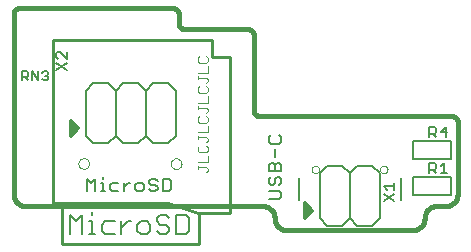
<source format=gto>
G75*
G70*
%OFA0B0*%
%FSLAX24Y24*%
%IPPOS*%
%LPD*%
%AMOC8*
5,1,8,0,0,1.08239X$1,22.5*
%
%ADD10C,0.0160*%
%ADD11C,0.0030*%
%ADD12C,0.0100*%
%ADD13C,0.0070*%
%ADD14C,0.0000*%
%ADD15C,0.0060*%
%ADD16C,0.0080*%
%ADD17C,0.0120*%
D10*
X001140Y001540D02*
X009040Y001540D01*
X009079Y001538D01*
X009118Y001532D01*
X009156Y001523D01*
X009193Y001510D01*
X009229Y001493D01*
X009262Y001473D01*
X009294Y001449D01*
X009323Y001423D01*
X009349Y001394D01*
X009373Y001362D01*
X009393Y001329D01*
X009410Y001293D01*
X009423Y001256D01*
X009432Y001218D01*
X009438Y001179D01*
X009440Y001140D01*
X009442Y001101D01*
X009448Y001062D01*
X009457Y001024D01*
X009470Y000987D01*
X009487Y000951D01*
X009507Y000918D01*
X009531Y000886D01*
X009557Y000857D01*
X009586Y000831D01*
X009618Y000807D01*
X009651Y000787D01*
X009687Y000770D01*
X009724Y000757D01*
X009762Y000748D01*
X009801Y000742D01*
X009840Y000740D01*
X014040Y000740D01*
X014079Y000742D01*
X014118Y000748D01*
X014156Y000757D01*
X014193Y000770D01*
X014229Y000787D01*
X014262Y000807D01*
X014294Y000831D01*
X014323Y000857D01*
X014349Y000886D01*
X014373Y000918D01*
X014393Y000951D01*
X014410Y000987D01*
X014423Y001024D01*
X014432Y001062D01*
X014438Y001101D01*
X014440Y001140D01*
X014442Y001179D01*
X014448Y001218D01*
X014457Y001256D01*
X014470Y001293D01*
X014487Y001329D01*
X014507Y001362D01*
X014531Y001394D01*
X014557Y001423D01*
X014586Y001449D01*
X014618Y001473D01*
X014651Y001493D01*
X014687Y001510D01*
X014724Y001523D01*
X014762Y001532D01*
X014801Y001538D01*
X014840Y001540D01*
X015140Y001540D01*
X015179Y001542D01*
X015218Y001548D01*
X015256Y001557D01*
X015293Y001570D01*
X015329Y001587D01*
X015362Y001607D01*
X015394Y001631D01*
X015423Y001657D01*
X015449Y001686D01*
X015473Y001718D01*
X015493Y001751D01*
X015510Y001787D01*
X015523Y001824D01*
X015532Y001862D01*
X015538Y001901D01*
X015540Y001940D01*
X015540Y004340D01*
X015538Y004366D01*
X015533Y004392D01*
X015525Y004417D01*
X015513Y004440D01*
X015499Y004462D01*
X015481Y004481D01*
X015462Y004499D01*
X015440Y004513D01*
X015417Y004525D01*
X015392Y004533D01*
X015366Y004538D01*
X015340Y004540D01*
X008940Y004540D01*
X008914Y004542D01*
X008888Y004547D01*
X008863Y004555D01*
X008840Y004567D01*
X008818Y004581D01*
X008799Y004599D01*
X008781Y004618D01*
X008767Y004640D01*
X008755Y004663D01*
X008747Y004688D01*
X008742Y004714D01*
X008740Y004740D01*
X008740Y007240D01*
X008738Y007266D01*
X008733Y007292D01*
X008725Y007317D01*
X008713Y007340D01*
X008699Y007362D01*
X008681Y007381D01*
X008662Y007399D01*
X008640Y007413D01*
X008617Y007425D01*
X008592Y007433D01*
X008566Y007438D01*
X008540Y007440D01*
X006440Y007440D01*
X006414Y007442D01*
X006388Y007447D01*
X006363Y007455D01*
X006340Y007467D01*
X006318Y007481D01*
X006299Y007499D01*
X006281Y007518D01*
X006267Y007540D01*
X006255Y007563D01*
X006247Y007588D01*
X006242Y007614D01*
X006240Y007640D01*
X006240Y007940D01*
X006238Y007966D01*
X006233Y007992D01*
X006225Y008017D01*
X006213Y008040D01*
X006199Y008062D01*
X006181Y008081D01*
X006162Y008099D01*
X006140Y008113D01*
X006117Y008125D01*
X006092Y008133D01*
X006066Y008138D01*
X006040Y008140D01*
X000940Y008140D01*
X000914Y008138D01*
X000888Y008133D01*
X000863Y008125D01*
X000840Y008113D01*
X000818Y008099D01*
X000799Y008081D01*
X000781Y008062D01*
X000767Y008040D01*
X000755Y008017D01*
X000747Y007992D01*
X000742Y007966D01*
X000740Y007940D01*
X000740Y001940D01*
X000742Y001901D01*
X000748Y001862D01*
X000757Y001824D01*
X000770Y001787D01*
X000787Y001751D01*
X000807Y001718D01*
X000831Y001686D01*
X000857Y001657D01*
X000886Y001631D01*
X000918Y001607D01*
X000951Y001587D01*
X000987Y001570D01*
X001024Y001557D01*
X001062Y001548D01*
X001101Y001542D01*
X001140Y001540D01*
D11*
X006875Y002776D02*
X006875Y002886D01*
X006875Y002831D02*
X007150Y002831D01*
X007205Y002776D01*
X007205Y002721D01*
X007150Y002666D01*
X007205Y002998D02*
X006875Y002998D01*
X007205Y002998D02*
X007205Y003218D01*
X007150Y003329D02*
X007205Y003384D01*
X007205Y003494D01*
X007150Y003549D01*
X007150Y003661D02*
X007205Y003716D01*
X007205Y003771D01*
X007150Y003826D01*
X006875Y003826D01*
X006875Y003771D02*
X006875Y003881D01*
X006875Y003992D02*
X007205Y003992D01*
X007205Y004212D01*
X007150Y004324D02*
X006930Y004324D01*
X006875Y004379D01*
X006875Y004489D01*
X006930Y004544D01*
X007150Y004544D02*
X007205Y004489D01*
X007205Y004379D01*
X007150Y004324D01*
X007150Y004655D02*
X007205Y004710D01*
X007205Y004765D01*
X007150Y004820D01*
X006875Y004820D01*
X006875Y004765D02*
X006875Y004875D01*
X006875Y004986D02*
X007205Y004986D01*
X007205Y005207D01*
X007150Y005318D02*
X007205Y005373D01*
X007205Y005483D01*
X007150Y005538D01*
X007150Y005649D02*
X007205Y005704D01*
X007205Y005760D01*
X007150Y005815D01*
X006875Y005815D01*
X006875Y005760D02*
X006875Y005870D01*
X006875Y005981D02*
X007205Y005981D01*
X007205Y006201D01*
X007150Y006312D02*
X007205Y006367D01*
X007205Y006478D01*
X007150Y006533D01*
X006930Y006533D02*
X006875Y006478D01*
X006875Y006367D01*
X006930Y006312D01*
X007150Y006312D01*
X006930Y005538D02*
X006875Y005483D01*
X006875Y005373D01*
X006930Y005318D01*
X007150Y005318D01*
X006930Y003549D02*
X006875Y003494D01*
X006875Y003384D01*
X006930Y003329D01*
X007150Y003329D01*
D12*
X006903Y000259D02*
X002344Y000260D01*
X002344Y001638D01*
X002044Y001638D02*
X005881Y001638D01*
X006881Y001323D01*
X007950Y001323D01*
X007949Y001326D02*
X007949Y006521D01*
X007344Y006521D01*
X007344Y007071D01*
X002044Y007071D01*
X002044Y001638D01*
X006903Y001323D02*
X006903Y000259D01*
D13*
X006470Y000606D02*
X006575Y000712D01*
X006575Y001132D01*
X006470Y001237D01*
X006154Y001237D01*
X006154Y000606D01*
X006470Y000606D01*
X005930Y000712D02*
X005930Y000817D01*
X005825Y000922D01*
X005615Y000922D01*
X005510Y001027D01*
X005510Y001132D01*
X005615Y001237D01*
X005825Y001237D01*
X005930Y001132D01*
X005930Y000712D02*
X005825Y000606D01*
X005615Y000606D01*
X005510Y000712D01*
X005286Y000712D02*
X005286Y000922D01*
X005181Y001027D01*
X004970Y001027D01*
X004865Y000922D01*
X004865Y000712D01*
X004970Y000606D01*
X005181Y000606D01*
X005286Y000712D01*
X004643Y001027D02*
X004538Y001027D01*
X004328Y000817D01*
X004328Y001027D02*
X004328Y000606D01*
X004104Y000606D02*
X003789Y000606D01*
X003684Y000712D01*
X003684Y000922D01*
X003789Y001027D01*
X004104Y001027D01*
X003359Y001027D02*
X003359Y000606D01*
X003254Y000606D02*
X003464Y000606D01*
X003030Y000606D02*
X003030Y001237D01*
X002820Y001027D01*
X002609Y001237D01*
X002609Y000606D01*
X003254Y001027D02*
X003359Y001027D01*
X003359Y001237D02*
X003359Y001342D01*
D14*
X002899Y002957D02*
X002901Y002983D01*
X002907Y003009D01*
X002917Y003034D01*
X002930Y003057D01*
X002946Y003077D01*
X002966Y003095D01*
X002988Y003110D01*
X003011Y003122D01*
X003037Y003130D01*
X003063Y003134D01*
X003089Y003134D01*
X003115Y003130D01*
X003141Y003122D01*
X003165Y003110D01*
X003186Y003095D01*
X003206Y003077D01*
X003222Y003057D01*
X003235Y003034D01*
X003245Y003009D01*
X003251Y002983D01*
X003253Y002957D01*
X003251Y002931D01*
X003245Y002905D01*
X003235Y002880D01*
X003222Y002857D01*
X003206Y002837D01*
X003186Y002819D01*
X003164Y002804D01*
X003141Y002792D01*
X003115Y002784D01*
X003089Y002780D01*
X003063Y002780D01*
X003037Y002784D01*
X003011Y002792D01*
X002987Y002804D01*
X002966Y002819D01*
X002946Y002837D01*
X002930Y002857D01*
X002917Y002880D01*
X002907Y002905D01*
X002901Y002931D01*
X002899Y002957D01*
X005982Y002953D02*
X005984Y002979D01*
X005990Y003005D01*
X006000Y003030D01*
X006013Y003053D01*
X006029Y003073D01*
X006049Y003091D01*
X006071Y003106D01*
X006094Y003118D01*
X006120Y003126D01*
X006146Y003130D01*
X006172Y003130D01*
X006198Y003126D01*
X006224Y003118D01*
X006248Y003106D01*
X006269Y003091D01*
X006289Y003073D01*
X006305Y003053D01*
X006318Y003030D01*
X006328Y003005D01*
X006334Y002979D01*
X006336Y002953D01*
X006334Y002927D01*
X006328Y002901D01*
X006318Y002876D01*
X006305Y002853D01*
X006289Y002833D01*
X006269Y002815D01*
X006247Y002800D01*
X006224Y002788D01*
X006198Y002780D01*
X006172Y002776D01*
X006146Y002776D01*
X006120Y002780D01*
X006094Y002788D01*
X006070Y002800D01*
X006049Y002815D01*
X006029Y002833D01*
X006013Y002853D01*
X006000Y002876D01*
X005990Y002901D01*
X005984Y002927D01*
X005982Y002953D01*
X010672Y002759D02*
X010674Y002781D01*
X010680Y002803D01*
X010689Y002823D01*
X010702Y002841D01*
X010718Y002857D01*
X010736Y002870D01*
X010756Y002879D01*
X010778Y002885D01*
X010800Y002887D01*
X010822Y002885D01*
X010844Y002879D01*
X010864Y002870D01*
X010882Y002857D01*
X010898Y002841D01*
X010911Y002823D01*
X010920Y002803D01*
X010926Y002781D01*
X010928Y002759D01*
X010926Y002737D01*
X010920Y002715D01*
X010911Y002695D01*
X010898Y002677D01*
X010882Y002661D01*
X010864Y002648D01*
X010844Y002639D01*
X010822Y002633D01*
X010800Y002631D01*
X010778Y002633D01*
X010756Y002639D01*
X010736Y002648D01*
X010718Y002661D01*
X010702Y002677D01*
X010689Y002695D01*
X010680Y002715D01*
X010674Y002737D01*
X010672Y002759D01*
X012947Y002759D02*
X012949Y002781D01*
X012955Y002803D01*
X012964Y002823D01*
X012977Y002841D01*
X012993Y002857D01*
X013011Y002870D01*
X013031Y002879D01*
X013053Y002885D01*
X013075Y002887D01*
X013097Y002885D01*
X013119Y002879D01*
X013139Y002870D01*
X013157Y002857D01*
X013173Y002841D01*
X013186Y002823D01*
X013195Y002803D01*
X013201Y002781D01*
X013203Y002759D01*
X013201Y002737D01*
X013195Y002715D01*
X013186Y002695D01*
X013173Y002677D01*
X013157Y002661D01*
X013139Y002648D01*
X013119Y002639D01*
X013097Y002633D01*
X013075Y002631D01*
X013053Y002633D01*
X013031Y002639D01*
X013011Y002648D01*
X012993Y002661D01*
X012977Y002677D01*
X012964Y002695D01*
X012955Y002715D01*
X012949Y002737D01*
X012947Y002759D01*
D15*
X012940Y002640D02*
X012940Y001140D01*
X012690Y000890D01*
X012190Y000890D01*
X011940Y001140D01*
X011940Y002640D01*
X012190Y002890D01*
X012690Y002890D01*
X012940Y002640D01*
X013422Y002313D02*
X013422Y002086D01*
X013422Y001944D02*
X013082Y001718D01*
X013082Y001944D02*
X013422Y001718D01*
X013638Y001753D02*
X013638Y002462D01*
X013422Y002199D02*
X013082Y002199D01*
X013195Y002086D01*
X014069Y001920D02*
X014069Y002495D01*
X015312Y002495D01*
X015312Y001920D01*
X014069Y001920D01*
X014602Y002638D02*
X014602Y002978D01*
X014772Y002978D01*
X014829Y002921D01*
X014829Y002808D01*
X014772Y002751D01*
X014602Y002751D01*
X014715Y002751D02*
X014829Y002638D01*
X014970Y002638D02*
X015197Y002638D01*
X015083Y002638D02*
X015083Y002978D01*
X014970Y002865D01*
X015312Y003120D02*
X015312Y003695D01*
X014069Y003695D01*
X014069Y003120D01*
X015312Y003120D01*
X015140Y003838D02*
X015140Y004178D01*
X014970Y004008D01*
X015197Y004008D01*
X014829Y004008D02*
X014772Y003951D01*
X014602Y003951D01*
X014715Y003951D02*
X014829Y003838D01*
X014829Y004008D02*
X014829Y004121D01*
X014772Y004178D01*
X014602Y004178D01*
X014602Y003838D01*
X011940Y002640D02*
X011690Y002890D01*
X011190Y002890D01*
X010940Y002640D01*
X010940Y001140D01*
X011190Y000890D01*
X011690Y000890D01*
X011940Y001140D01*
X010237Y001753D02*
X010237Y002462D01*
X006140Y003890D02*
X006140Y005390D01*
X005890Y005640D01*
X005390Y005640D01*
X005140Y005390D01*
X005140Y003890D01*
X005390Y003640D01*
X005890Y003640D01*
X006140Y003890D01*
X005140Y003890D02*
X004890Y003640D01*
X004390Y003640D01*
X004140Y003890D01*
X004140Y005390D01*
X004390Y005640D01*
X004890Y005640D01*
X005140Y005390D01*
X004140Y005390D02*
X003890Y005640D01*
X003390Y005640D01*
X003140Y005390D01*
X003140Y003890D01*
X003390Y003640D01*
X003890Y003640D01*
X004140Y003890D01*
X001886Y005790D02*
X001836Y005740D01*
X001736Y005740D01*
X001686Y005790D01*
X001554Y005740D02*
X001554Y006040D01*
X001686Y005990D02*
X001736Y006040D01*
X001836Y006040D01*
X001886Y005990D01*
X001886Y005940D01*
X001836Y005890D01*
X001886Y005840D01*
X001886Y005790D01*
X001836Y005890D02*
X001786Y005890D01*
X001554Y005740D02*
X001354Y006040D01*
X001354Y005740D01*
X001223Y005740D02*
X001123Y005840D01*
X001173Y005840D02*
X001023Y005840D01*
X001023Y005740D02*
X001023Y006040D01*
X001173Y006040D01*
X001223Y005990D01*
X001223Y005890D01*
X001173Y005840D01*
X002166Y006089D02*
X002506Y006316D01*
X002506Y006457D02*
X002280Y006684D01*
X002223Y006684D01*
X002166Y006628D01*
X002166Y006514D01*
X002223Y006457D01*
X002166Y006316D02*
X002506Y006089D01*
X002506Y006457D02*
X002506Y006684D01*
D16*
X009242Y003829D02*
X009242Y003689D01*
X009312Y003619D01*
X009592Y003619D01*
X009662Y003689D01*
X009662Y003829D01*
X009592Y003899D01*
X009312Y003899D02*
X009242Y003829D01*
X009452Y003439D02*
X009452Y003159D01*
X009382Y002979D02*
X009452Y002909D01*
X009452Y002698D01*
X009662Y002698D02*
X009242Y002698D01*
X009242Y002909D01*
X009312Y002979D01*
X009382Y002979D01*
X009452Y002909D02*
X009522Y002979D01*
X009592Y002979D01*
X009662Y002909D01*
X009662Y002698D01*
X009592Y002518D02*
X009662Y002448D01*
X009662Y002308D01*
X009592Y002238D01*
X009452Y002308D02*
X009452Y002448D01*
X009522Y002518D01*
X009592Y002518D01*
X009312Y002518D02*
X009242Y002448D01*
X009242Y002308D01*
X009312Y002238D01*
X009382Y002238D01*
X009452Y002308D01*
X009592Y002058D02*
X009242Y002058D01*
X009592Y002058D02*
X009662Y001988D01*
X009662Y001848D01*
X009592Y001778D01*
X009242Y001778D01*
X005996Y002104D02*
X005996Y002384D01*
X005926Y002454D01*
X005716Y002454D01*
X005716Y002034D01*
X005926Y002034D01*
X005996Y002104D01*
X005536Y002104D02*
X005466Y002034D01*
X005326Y002034D01*
X005255Y002104D01*
X005075Y002104D02*
X005075Y002244D01*
X005005Y002314D01*
X004865Y002314D01*
X004795Y002244D01*
X004795Y002104D01*
X004865Y002034D01*
X005005Y002034D01*
X005075Y002104D01*
X005255Y002314D02*
X005326Y002244D01*
X005466Y002244D01*
X005536Y002174D01*
X005536Y002104D01*
X005255Y002314D02*
X005255Y002384D01*
X005326Y002454D01*
X005466Y002454D01*
X005536Y002384D01*
X004622Y002314D02*
X004552Y002314D01*
X004411Y002174D01*
X004411Y002034D02*
X004411Y002314D01*
X004231Y002314D02*
X004021Y002314D01*
X003951Y002244D01*
X003951Y002104D01*
X004021Y002034D01*
X004231Y002034D01*
X003784Y002034D02*
X003644Y002034D01*
X003714Y002034D02*
X003714Y002314D01*
X003644Y002314D01*
X003714Y002454D02*
X003714Y002524D01*
X003464Y002454D02*
X003464Y002034D01*
X003184Y002034D02*
X003184Y002454D01*
X003324Y002314D01*
X003464Y002454D01*
D17*
X002640Y003890D02*
X002890Y004140D01*
X002790Y004140D01*
X002690Y004240D01*
X002690Y004090D01*
X002740Y004040D01*
X002890Y004140D02*
X002640Y004390D01*
X002640Y003890D01*
X010440Y001640D02*
X010440Y001140D01*
X010690Y001390D01*
X010590Y001390D01*
X010490Y001490D01*
X010490Y001340D01*
X010540Y001290D01*
X010690Y001390D02*
X010440Y001640D01*
M02*

</source>
